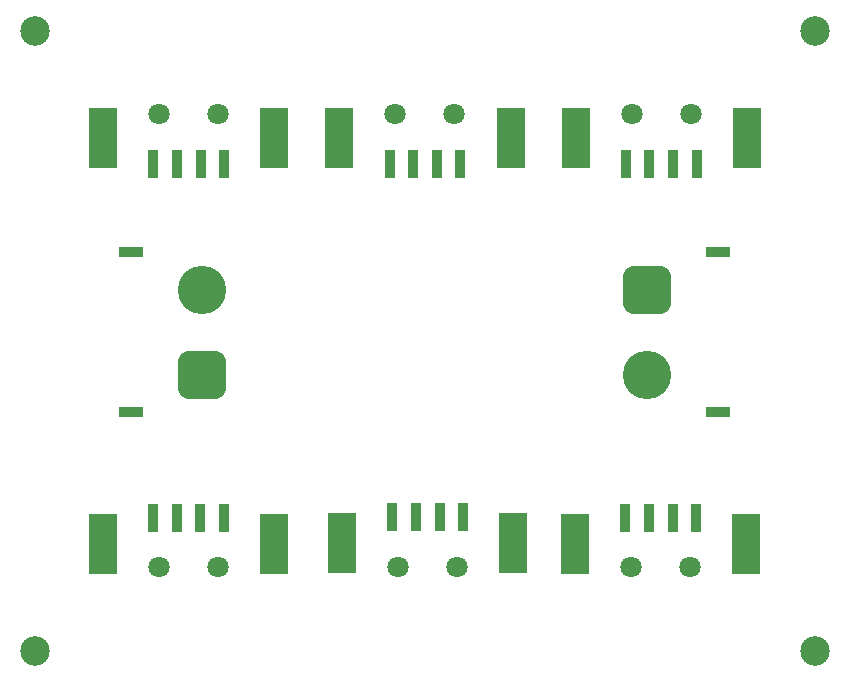
<source format=gbr>
%TF.GenerationSoftware,KiCad,Pcbnew,8.0.6*%
%TF.CreationDate,2025-05-08T15:46:12-04:00*%
%TF.ProjectId,5VConnectorBoard,3556436f-6e6e-4656-9374-6f72426f6172,rev?*%
%TF.SameCoordinates,Original*%
%TF.FileFunction,Soldermask,Top*%
%TF.FilePolarity,Negative*%
%FSLAX46Y46*%
G04 Gerber Fmt 4.6, Leading zero omitted, Abs format (unit mm)*
G04 Created by KiCad (PCBNEW 8.0.6) date 2025-05-08 15:46:12*
%MOMM*%
%LPD*%
G01*
G04 APERTURE LIST*
G04 Aperture macros list*
%AMRoundRect*
0 Rectangle with rounded corners*
0 $1 Rounding radius*
0 $2 $3 $4 $5 $6 $7 $8 $9 X,Y pos of 4 corners*
0 Add a 4 corners polygon primitive as box body*
4,1,4,$2,$3,$4,$5,$6,$7,$8,$9,$2,$3,0*
0 Add four circle primitives for the rounded corners*
1,1,$1+$1,$2,$3*
1,1,$1+$1,$4,$5*
1,1,$1+$1,$6,$7*
1,1,$1+$1,$8,$9*
0 Add four rect primitives between the rounded corners*
20,1,$1+$1,$2,$3,$4,$5,0*
20,1,$1+$1,$4,$5,$6,$7,0*
20,1,$1+$1,$6,$7,$8,$9,0*
20,1,$1+$1,$8,$9,$2,$3,0*%
G04 Aperture macros list end*
%ADD10R,2.000000X0.900000*%
%ADD11RoundRect,1.025000X-1.025000X1.025000X-1.025000X-1.025000X1.025000X-1.025000X1.025000X1.025000X0*%
%ADD12C,4.100000*%
%ADD13C,2.500000*%
%ADD14R,0.889000X2.489200*%
%ADD15C,1.803400*%
%ADD16R,2.489200X5.156200*%
%ADD17RoundRect,1.025000X1.025000X-1.025000X1.025000X1.025000X-1.025000X1.025000X-1.025000X-1.025000X0*%
G04 APERTURE END LIST*
D10*
%TO.C,J2*%
X158850000Y-84750000D03*
X158850000Y-98250000D03*
D11*
X152850000Y-87900000D03*
D12*
X152850000Y-95100000D03*
%TD*%
D13*
%TO.C,REF\u002A\u002A*%
X101000000Y-118500000D03*
%TD*%
D14*
%TO.C,U5*%
X131250003Y-107186407D03*
X133250002Y-107186407D03*
X135250003Y-107186407D03*
X137250001Y-107186407D03*
D15*
X131750002Y-111386406D03*
X136750002Y-111386406D03*
D16*
X127000004Y-109379799D03*
X141500000Y-109379799D03*
%TD*%
D14*
%TO.C,U1*%
X117017399Y-77270101D03*
X115017400Y-77270101D03*
X113017399Y-77270101D03*
X111017401Y-77270101D03*
D15*
X116517400Y-73070102D03*
X111517400Y-73070102D03*
D16*
X121267398Y-75076709D03*
X106767402Y-75076709D03*
%TD*%
D14*
%TO.C,U3*%
X157017399Y-77270101D03*
X155017400Y-77270101D03*
X153017399Y-77270101D03*
X151017401Y-77270101D03*
D15*
X156517400Y-73070102D03*
X151517400Y-73070102D03*
D16*
X161267398Y-75076709D03*
X146767402Y-75076709D03*
%TD*%
D14*
%TO.C,U6*%
X150982601Y-107229900D03*
X152982600Y-107229900D03*
X154982601Y-107229900D03*
X156982599Y-107229900D03*
D15*
X151482600Y-111429899D03*
X156482600Y-111429899D03*
D16*
X146732602Y-109423292D03*
X161232598Y-109423292D03*
%TD*%
D10*
%TO.C,J1*%
X109150000Y-98250000D03*
X109150000Y-84750000D03*
D17*
X115150000Y-95100000D03*
D12*
X115150000Y-87900000D03*
%TD*%
D13*
%TO.C,REF\u002A\u002A*%
X101000000Y-66000000D03*
%TD*%
%TO.C,REF\u002A\u002A*%
X167000000Y-118500000D03*
%TD*%
D14*
%TO.C,U4*%
X110982601Y-107229900D03*
X112982600Y-107229900D03*
X114982601Y-107229900D03*
X116982599Y-107229900D03*
D15*
X111482600Y-111429899D03*
X116482600Y-111429899D03*
D16*
X106732602Y-109423292D03*
X121232598Y-109423292D03*
%TD*%
D14*
%TO.C,U2*%
X137017399Y-77270101D03*
X135017400Y-77270101D03*
X133017399Y-77270101D03*
X131017401Y-77270101D03*
D15*
X136517400Y-73070102D03*
X131517400Y-73070102D03*
D16*
X141267398Y-75076709D03*
X126767402Y-75076709D03*
%TD*%
D13*
%TO.C,REF\u002A\u002A*%
X167000000Y-66000000D03*
%TD*%
M02*

</source>
